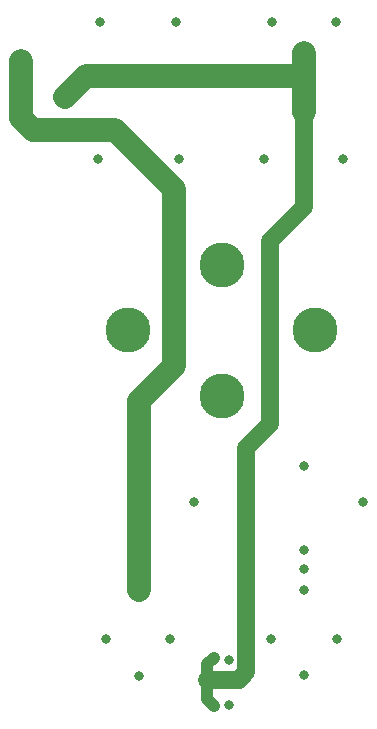
<source format=gbl>
G04 #@! TF.GenerationSoftware,KiCad,Pcbnew,(5.1.7)-1*
G04 #@! TF.CreationDate,2020-10-28T14:02:59+01:00*
G04 #@! TF.ProjectId,Generic_Node-BatteryHolder,47656e65-7269-4635-9f4e-6f64652d4261,1.0*
G04 #@! TF.SameCoordinates,PX8f0d180PY5f5e100*
G04 #@! TF.FileFunction,Copper,L2,Bot*
G04 #@! TF.FilePolarity,Positive*
%FSLAX46Y46*%
G04 Gerber Fmt 4.6, Leading zero omitted, Abs format (unit mm)*
G04 Created by KiCad (PCBNEW (5.1.7)-1) date 2020-10-28 14:02:59*
%MOMM*%
%LPD*%
G01*
G04 APERTURE LIST*
G04 #@! TA.AperFunction,ComponentPad*
%ADD10C,3.810000*%
G04 #@! TD*
G04 #@! TA.AperFunction,ViaPad*
%ADD11C,0.800000*%
G04 #@! TD*
G04 #@! TA.AperFunction,Conductor*
%ADD12C,2.000000*%
G04 #@! TD*
G04 #@! TA.AperFunction,Conductor*
%ADD13C,1.000000*%
G04 #@! TD*
G04 #@! TA.AperFunction,Conductor*
%ADD14C,1.500000*%
G04 #@! TD*
G04 APERTURE END LIST*
D10*
X0Y7549900D03*
X0Y-3549900D03*
X-7937500Y2000000D03*
X7937500Y2000000D03*
D11*
X7000000Y-16600000D03*
X7000000Y-18200000D03*
X7000000Y-20000000D03*
X12000000Y-12500000D03*
X-3600000Y16500000D03*
X-10500000Y16500000D03*
X-3900000Y28100000D03*
X-10300000Y28100000D03*
X9800000Y-24100000D03*
X7000000Y-27200000D03*
X7000000Y-9500000D03*
X4200000Y-24100000D03*
X4300000Y28100000D03*
X9700000Y28100000D03*
X10300000Y16500000D03*
X3600000Y16500000D03*
X7000000Y20500000D03*
X7000000Y22000000D03*
X7000000Y23500000D03*
X7000000Y25500000D03*
X-11500000Y23500000D03*
X-13375000Y21625000D03*
X-12500000Y22500000D03*
X-635000Y-25717500D03*
X-635000Y-29781500D03*
X-9850000Y23500000D03*
X-2350000Y-12500000D03*
X-9800000Y-24100000D03*
X-7000000Y-27300000D03*
X-7000000Y-16000000D03*
X-7000000Y-18000000D03*
X-7000000Y-20000000D03*
X-17012000Y23388000D03*
X-17012000Y21888000D03*
X-17012000Y20388000D03*
X-7000000Y-9000000D03*
X-4350000Y-24100000D03*
X635000Y-29718000D03*
X609608Y-25911818D03*
X-17000000Y24774990D03*
D12*
X7000000Y20500000D02*
X7000000Y25500000D01*
X7000000Y23500000D02*
X-11500000Y23500000D01*
X-11500000Y23500000D02*
X-13250000Y21750000D01*
D13*
X-635000Y-29781500D02*
X-1206500Y-29210000D01*
X-1206500Y-26289000D02*
X-635000Y-25717500D01*
X-1206500Y-29210000D02*
X-1206500Y-27571700D01*
X-1206500Y-27571700D02*
X-1206500Y-26289000D01*
D14*
X7000000Y12435600D02*
X7000000Y23500000D01*
X4140200Y-5918200D02*
X4140200Y9575800D01*
X2108200Y-7950200D02*
X4140200Y-5918200D01*
X2108200Y-26949400D02*
X2108200Y-7950200D01*
X1485900Y-27571700D02*
X2108200Y-26949400D01*
X4140200Y9575800D02*
X7000000Y12435600D01*
X-1206500Y-27571700D02*
X1485900Y-27571700D01*
D12*
X-7000000Y-20000000D02*
X-7000000Y-16000000D01*
X-7000000Y-16000000D02*
X-7000000Y-9000000D01*
X-17000000Y24000000D02*
X-17000000Y24774990D01*
X-17000000Y20012000D02*
X-17000000Y24000000D01*
X-4000000Y14000000D02*
X-9000000Y19000000D01*
X-15988000Y19000000D02*
X-17000000Y20012000D01*
X-4000000Y-1000000D02*
X-4000000Y14000000D01*
X-7000000Y-4000000D02*
X-4000000Y-1000000D01*
X-9000000Y19000000D02*
X-15988000Y19000000D01*
X-7000000Y-9000000D02*
X-7000000Y-4000000D01*
M02*

</source>
